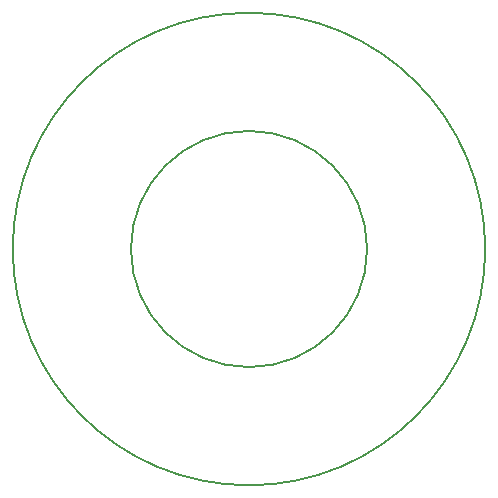
<source format=gbr>
%TF.GenerationSoftware,KiCad,Pcbnew,7.0.10*%
%TF.CreationDate,2024-02-11T22:43:53-05:00*%
%TF.ProjectId,basement_inner,62617365-6d65-46e7-945f-696e6e65722e,rev?*%
%TF.SameCoordinates,Original*%
%TF.FileFunction,Profile,NP*%
%FSLAX46Y46*%
G04 Gerber Fmt 4.6, Leading zero omitted, Abs format (unit mm)*
G04 Created by KiCad (PCBNEW 7.0.10) date 2024-02-11 22:43:53*
%MOMM*%
%LPD*%
G01*
G04 APERTURE LIST*
%TA.AperFunction,Profile*%
%ADD10C,0.150000*%
%TD*%
G04 APERTURE END LIST*
D10*
X70000000Y-50000000D02*
G75*
G03*
X30000000Y-50000000I-20000000J0D01*
G01*
X30000000Y-50000000D02*
G75*
G03*
X70000000Y-50000000I20000000J0D01*
G01*
X60000000Y-50000000D02*
G75*
G03*
X40000000Y-50000000I-10000000J0D01*
G01*
X40000000Y-50000000D02*
G75*
G03*
X60000000Y-50000000I10000000J0D01*
G01*
M02*

</source>
